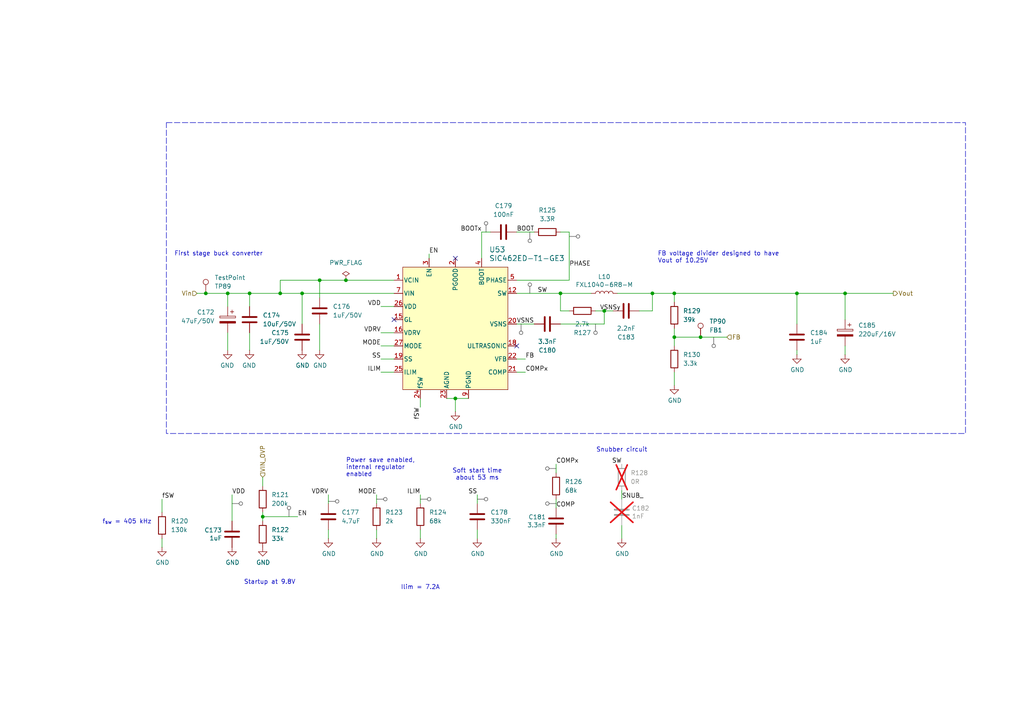
<source format=kicad_sch>
(kicad_sch (version 20250114) (generator "eeschema") (generator_version "9.0")
  (paper "A4")
  (title_block (title "HALPI2") (date "2025-03-27") (rev "v0.2.0") (company "Hat Labs Oy") (comment 1 "https://ohwr.org/cern_ohl_s_v2.pdf") (comment 2 "To view a copy of this license, visit ") (comment 3 "HALPI2 is licensed under CERN-OHL-S v2."))
  (lib_symbols
    (symbol "Connector:TestPoint" (pin_numbers (hide yes)) (pin_names (offset 0.762) (hide yes))
      (property "Reference" "TP" (at 0 6.858 0))
      (property "Value" "TestPoint" (at 0 5.08 0))
      (symbol "TestPoint_0_1"
        (circle (center 0 3.302) (radius 0.762))
      )
      (symbol "TestPoint_1_1"
        (pin passive line (at 0 0 90) (length 2.54) (name "1") (number "1"))
      )
    )
    (symbol "Device:C" (pin_numbers (hide yes)) (pin_names (offset 0.254))
      (property "Reference" "C" (at 0.635 2.54 0))
      (property "Value" "C" (at 0.635 -2.54 0))
      (symbol "C_0_1"
        (polyline (pts (xy -2.032 0.762) (xy 2.032 0.762)) (stroke (width 0.508)))
        (polyline (pts (xy -2.032 -0.762) (xy 2.032 -0.762)) (stroke (width 0.508)))
      )
      (symbol "C_1_1"
        (pin passive line (at 0 3.81 270) (length 2.794) (name "~") (number "1"))
        (pin passive line (at 0 -3.81 90) (length 2.794) (name "~") (number "2"))
      )
    )
    (symbol "Device:C_Polarized" (pin_numbers (hide yes)) (pin_names (offset 0.254))
      (property "Reference" "C" (at 0.635 2.54 0))
      (property "Value" "C_Polarized" (at 0.635 -2.54 0))
      (symbol "C_Polarized_0_1"
        (rectangle (start -2.286 0.508) (end 2.286 1.016))
        (polyline (pts (xy -1.778 2.286) (xy -0.762 2.286)))
        (polyline (pts (xy -1.27 2.794) (xy -1.27 1.778)))
        (rectangle (start 2.286 -0.508) (end -2.286 -1.016) (fill (type outline)))
      )
      (symbol "C_Polarized_1_1"
        (pin passive line (at 0 3.81 270) (length 2.794) (name "~") (number "1"))
        (pin passive line (at 0 -3.81 90) (length 2.794) (name "~") (number "2"))
      )
    )
    (symbol "Device:L" (pin_numbers (hide yes)) (pin_names (offset 1.016) (hide yes))
      (property "Reference" "L" (at -1.27 0 90))
      (property "Value" "L" (at 1.905 0 90))
      (symbol "L_0_1"
        (arc (start 0 2.54) (mid 0.6323 1.905) (end 0 1.27))
        (arc (start 0 1.27) (mid 0.6323 0.635) (end 0 0))
        (arc (start 0 0) (mid 0.6323 -0.635) (end 0 -1.27))
        (arc (start 0 -1.27) (mid 0.6323 -1.905) (end 0 -2.54))
      )
      (symbol "L_1_1"
        (pin passive line (at 0 3.81 270) (length 1.27) (name "1") (number "1"))
        (pin passive line (at 0 -3.81 90) (length 1.27) (name "2") (number "2"))
      )
    )
    (symbol "Device:R" (pin_numbers (hide yes)) (pin_names (offset 0))
      (property "Reference" "R" (at 2.032 0 90))
      (property "Value" "R" (at 0 0 90))
      (symbol "R_0_1"
        (rectangle (start -1.016 -2.54) (end 1.016 2.54) (stroke (width 0.254)))
      )
      (symbol "R_1_1"
        (pin passive line (at 0 3.81 270) (length 1.27) (name "~") (number "1"))
        (pin passive line (at 0 -3.81 90) (length 1.27) (name "~") (number "2"))
      )
    )
    (symbol "Hatlabs:SIC461ED-T1-GE3" (pin_names (offset 0.254))
      (property "Reference" "U" (at -11.43 24.13 0))
      (property "Value" "SIC461ED-T1-GE3" (at -11.43 21.082 0))
      (symbol "SIC461ED-T1-GE3_1_0"
        (pin power_in line (at -2.54 -19.05 90) (length 2.54) (name "AGND") (number "23"))
        (pin passive line (at -2.54 -19.05 90) (length 2.54) (hide yes) (name "AGND") (number "28"))
        (pin output line (at 0 21.59 270) (length 2.54) (name "PGOOD") (number "2"))
        (pin passive line (at 3.81 -19.05 90) (length 2.54) (hide yes) (name "PGND") (number "10"))
        (pin passive line (at 3.81 -19.05 90) (length 2.54) (hide yes) (name "PGND") (number "11"))
        (pin passive line (at 3.81 -19.05 90) (length 2.54) (hide yes) (name "PGND") (number "17"))
        (pin passive line (at 3.81 -19.05 90) (length 2.54) (hide yes) (name "PGND") (number "30"))
        (pin power_in line (at 3.81 -19.05 90) (length 2.54) (name "PGND") (number "9"))
      )
      (symbol "SIC461ED-T1-GE3_1_1"
        (rectangle (start -15.24 19.05) (end 15.24 -16.51) (fill (type background)))
        (pin power_in line (at -17.78 15.24 0) (length 2.54) (name "VCIN") (number "1"))
        (pin passive line (at -17.78 11.43 0) (length 2.54) (hide yes) (name "VIN") (number "29"))
        (pin passive line (at -17.78 11.43 0) (length 2.54) (name "VIN") (number "7"))
        (pin passive line (at -17.78 11.43 0) (length 2.54) (hide yes) (name "VIN") (number "8"))
        (pin power_out line (at -17.78 7.62 0) (length 2.54) (name "VDD") (number "26"))
        (pin input line (at -17.78 3.81 0) (length 2.54) (name "GL") (number "15"))
        (pin input line (at -17.78 0 0) (length 2.54) (name "VDRV") (number "16"))
        (pin passive line (at -17.78 -3.81 0) (length 2.54) (name "MODE") (number "27"))
        (pin passive line (at -17.78 -7.62 0) (length 2.54) (name "SS") (number "19"))
        (pin passive line (at -17.78 -11.43 0) (length 2.54) (name "ILIM") (number "25"))
        (pin input line (at -10.16 -19.05 90) (length 2.54) (name "fSW") (number "24"))
        (pin input line (at -7.62 21.59 270) (length 2.54) (name "EN") (number "3"))
        (pin input line (at 7.62 21.59 270) (length 2.54) (name "BOOT") (number "4"))
        (pin input line (at 17.78 15.24 180) (length 2.54) (name "PHASE") (number "5"))
        (pin passive line (at 17.78 15.24 180) (length 2.54) (hide yes) (name "PHASE") (number "6"))
        (pin power_out line (at 17.78 11.43 180) (length 2.54) (name "SW") (number "12"))
        (pin passive line (at 17.78 11.43 180) (length 2.54) (hide yes) (name "SW") (number "13"))
        (pin passive line (at 17.78 11.43 180) (length 2.54) (hide yes) (name "SW") (number "14"))
        (pin passive line (at 17.78 2.54 180) (length 2.54) (name "VSNS") (number "20"))
        (pin passive line (at 17.78 -3.81 180) (length 2.54) (name "ULTRASONIC") (number "18"))
        (pin input line (at 17.78 -7.62 180) (length 2.54) (name "VFB") (number "22"))
        (pin output line (at 17.78 -11.43 180) (length 2.54) (name "COMP") (number "21"))
      )
    )
    (symbol "power:GND" (power) (pin_numbers (hide yes)) (pin_names (offset 0) (hide yes))
      (property "Value" "GND" (at 0 -3.81 0))
      (symbol "GND_0_1"
        (polyline (pts (xy 0 0) (xy 0 -1.27) (xy 1.27 -1.27) (xy 0 -2.54) (xy -1.27 -1.27) (xy 0 -1.27)))
      )
      (symbol "GND_1_1"
        (pin power_in line (at 0 0 270) (length 0) (name "~") (number "1"))
      )
    )
    (symbol "power:PWR_FLAG" (power) (pin_numbers (hide yes)) (pin_names (offset 0) (hide yes))
      (property "Value" "PWR_FLAG" (at 0 3.81 0))
      (symbol "PWR_FLAG_0_0"
        (pin power_out line (at 0 0 90) (length 0) (name "~") (number "1"))
      )
      (symbol "PWR_FLAG_0_1"
        (polyline (pts (xy 0 0) (xy 0 1.27) (xy -1.016 1.905) (xy 0 2.54) (xy 1.016 1.905) (xy 0 1.27)))
      )
    )
  )
  (rectangle (start 48.26 35.56) (end 280.035 125.73) (stroke (width 0) (type dash)))
  (text "Ilim = 7.2A" (at 121.92 170.434 0) (effects (font (size 1.27 1.27))))
  (text "f_{sw} = 405 kHz" (at 36.83 151.384 0) (effects (font (size 1.27 1.27))))
  (text "Power save enabled,\ninternal regulator\nenabled" (at 100.33 135.636 0) (effects (font (size 1.27 1.27)) (justify left)))
  (text "FB voltage divider designed to have\nVout of 10.25V" (at 190.754 76.454 0) (effects (font (size 1.27 1.27)) (justify left bottom)))
  (text "Soft start time\nabout 53 ms" (at 138.43 137.668 0) (effects (font (size 1.27 1.27))))
  (text "Snubber circuit" (at 180.34 130.556 0) (effects (font (size 1.27 1.27))))
  (text "First stage buck converter" (at 50.546 73.66 0) (effects (font (size 1.27 1.27)) (justify left)))
  (text "Startup at 9.8V" (at 78.232 168.91 0) (effects (font (size 1.27 1.27))))
  (junction (at 92.71 81.28))
  (junction (at 162.56 85.09))
  (junction (at 175.26 90.17))
  (junction (at 203.2 97.79))
  (junction (at 189.23 85.09))
  (junction (at 81.28 85.09))
  (junction (at 195.58 97.79))
  (junction (at 100.33 81.28))
  (junction (at 87.63 85.09))
  (junction (at 231.14 85.09))
  (junction (at 76.2 149.86))
  (junction (at 59.69 85.09))
  (junction (at 245.11 85.09))
  (junction (at 195.58 85.09))
  (junction (at 132.08 115.57))
  (junction (at 72.39 85.09))
  (junction (at 66.04 85.09))
  (no_connect (at 149.86 100.33))
  (no_connect (at 114.3 92.71))
  (no_connect (at 132.08 74.93))
  (wire (pts (xy 189.23 85.09) (xy 189.23 90.17)))
  (wire (pts (xy 67.31 143.51) (xy 67.31 151.13)))
  (wire (pts (xy 161.29 156.21) (xy 161.29 154.94)))
  (wire (pts (xy 110.49 96.52) (xy 114.3 96.52)))
  (wire (pts (xy 100.33 81.28) (xy 114.3 81.28)))
  (wire (pts (xy 76.2 148.59) (xy 76.2 149.86)))
  (wire (pts (xy 162.56 85.09) (xy 171.45 85.09)))
  (wire (pts (xy 124.46 74.93) (xy 124.46 73.66)))
  (wire (pts (xy 109.22 156.21) (xy 109.22 153.67)))
  (wire (pts (xy 57.15 85.09) (xy 59.69 85.09)))
  (wire (pts (xy 110.49 104.14) (xy 114.3 104.14)))
  (wire (pts (xy 195.58 87.63) (xy 195.58 85.09)))
  (wire (pts (xy 175.26 90.17) (xy 175.26 93.98)))
  (wire (pts (xy 81.28 81.28) (xy 92.71 81.28)))
  (wire (pts (xy 161.29 144.78) (xy 161.29 147.32)))
  (wire (pts (xy 46.99 144.78) (xy 46.99 148.59)))
  (wire (pts (xy 76.2 149.86) (xy 86.36 149.86)))
  (wire (pts (xy 129.54 115.57) (xy 132.08 115.57)))
  (wire (pts (xy 231.14 85.09) (xy 245.11 85.09)))
  (wire (pts (xy 195.58 95.25) (xy 195.58 97.79)))
  (wire (pts (xy 172.72 90.17) (xy 175.26 90.17)))
  (wire (pts (xy 162.56 85.09) (xy 162.56 90.17)))
  (wire (pts (xy 152.4 107.95) (xy 149.86 107.95)))
  (wire (pts (xy 165.1 67.31) (xy 165.1 81.28)))
  (wire (pts (xy 46.99 158.75) (xy 46.99 156.21)))
  (wire (pts (xy 110.49 107.95) (xy 114.3 107.95)))
  (wire (pts (xy 245.11 85.09) (xy 259.08 85.09)))
  (wire (pts (xy 92.71 93.98) (xy 92.71 101.6)))
  (wire (pts (xy 95.25 143.51) (xy 95.25 146.05)))
  (wire (pts (xy 72.39 88.9) (xy 72.39 85.09)))
  (wire (pts (xy 138.43 156.21) (xy 138.43 153.67)))
  (wire (pts (xy 231.14 101.6) (xy 231.14 102.87)))
  (wire (pts (xy 149.86 93.98) (xy 154.94 93.98)))
  (wire (pts (xy 165.1 67.31) (xy 162.56 67.31)))
  (wire (pts (xy 162.56 90.17) (xy 165.1 90.17)))
  (wire (pts (xy 139.7 67.31) (xy 142.24 67.31)))
  (wire (pts (xy 72.39 85.09) (xy 81.28 85.09)))
  (wire (pts (xy 189.23 85.09) (xy 195.58 85.09)))
  (wire (pts (xy 180.34 142.24) (xy 180.34 144.78)))
  (wire (pts (xy 109.22 143.51) (xy 109.22 146.05)))
  (wire (pts (xy 59.69 85.09) (xy 66.04 85.09)))
  (wire (pts (xy 76.2 140.97) (xy 76.2 138.43)))
  (wire (pts (xy 132.08 115.57) (xy 132.08 119.38)))
  (wire (pts (xy 110.49 100.33) (xy 114.3 100.33)))
  (wire (pts (xy 161.29 134.62) (xy 161.29 137.16)))
  (wire (pts (xy 66.04 96.52) (xy 66.04 101.6)))
  (wire (pts (xy 132.08 115.57) (xy 135.89 115.57)))
  (wire (pts (xy 195.58 111.76) (xy 195.58 107.95)))
  (wire (pts (xy 76.2 149.86) (xy 76.2 151.13)))
  (wire (pts (xy 245.11 100.33) (xy 245.11 102.87)))
  (wire (pts (xy 81.28 85.09) (xy 81.28 81.28)))
  (wire (pts (xy 195.58 97.79) (xy 203.2 97.79)))
  (wire (pts (xy 162.56 93.98) (xy 175.26 93.98)))
  (wire (pts (xy 149.86 67.31) (xy 154.94 67.31)))
  (wire (pts (xy 121.92 115.57) (xy 121.92 118.11)))
  (wire (pts (xy 185.42 90.17) (xy 189.23 90.17)))
  (wire (pts (xy 195.58 97.79) (xy 195.58 100.33)))
  (wire (pts (xy 149.86 81.28) (xy 165.1 81.28)))
  (wire (pts (xy 152.4 104.14) (xy 149.86 104.14)))
  (wire (pts (xy 72.39 96.52) (xy 72.39 101.6)))
  (wire (pts (xy 203.2 97.79) (xy 210.82 97.79)))
  (wire (pts (xy 66.04 85.09) (xy 72.39 85.09)))
  (wire (pts (xy 138.43 143.51) (xy 138.43 146.05)))
  (wire (pts (xy 66.04 88.9) (xy 66.04 85.09)))
  (wire (pts (xy 87.63 93.98) (xy 87.63 85.09)))
  (wire (pts (xy 180.34 152.4) (xy 180.34 156.21)))
  (wire (pts (xy 87.63 85.09) (xy 114.3 85.09)))
  (wire (pts (xy 245.11 92.71) (xy 245.11 85.09)))
  (wire (pts (xy 195.58 85.09) (xy 231.14 85.09)))
  (wire (pts (xy 110.49 88.9) (xy 114.3 88.9)))
  (wire (pts (xy 92.71 81.28) (xy 100.33 81.28)))
  (wire (pts (xy 149.86 85.09) (xy 162.56 85.09)))
  (wire (pts (xy 95.25 153.67) (xy 95.25 156.21)))
  (wire (pts (xy 139.7 74.93) (xy 139.7 67.31)))
  (wire (pts (xy 121.92 143.51) (xy 121.92 146.05)))
  (wire (pts (xy 175.26 90.17) (xy 177.8 90.17)))
  (wire (pts (xy 81.28 85.09) (xy 87.63 85.09)))
  (wire (pts (xy 121.92 156.21) (xy 121.92 153.67)))
  (wire (pts (xy 231.14 85.09) (xy 231.14 93.98)))
  (wire (pts (xy 92.71 86.36) (xy 92.71 81.28)))
  (wire (pts (xy 179.07 85.09) (xy 189.23 85.09)))
  (label "ILIM" (at 121.92 143.51 180))
  (label "ILIM" (at 110.49 107.95 180))
  (label "VSNSy" (at 173.99 90.17 0))
  (label "VDD" (at 67.31 143.51 0))
  (label "COMPx" (at 161.29 134.62 0))
  (label "SNUB_" (at 180.34 144.78 0))
  (label "MODE" (at 110.49 100.33 180))
  (label "SW" (at 158.75 85.09 180))
  (label "PHASE" (at 165.1 77.47 0))
  (label "SS" (at 110.49 104.14 180))
  (label "EN" (at 86.36 149.86 0))
  (label "COMP" (at 161.29 147.32 0))
  (label "fSW" (at 46.99 144.78 0))
  (label "VSNS" (at 149.86 93.98 0))
  (label "SS" (at 138.43 143.51 180))
  (label "VDD" (at 110.49 88.9 180))
  (label "FB" (at 152.4 104.14 0))
  (label "EN" (at 124.46 73.66 0))
  (label "VDRV" (at 95.25 143.51 180))
  (label "VDRV" (at 110.49 96.52 180))
  (label "COMPx" (at 152.4 107.95 0))
  (label "fSW" (at 121.92 118.11 270))
  (label "BOOT" (at 149.86 67.31 0))
  (label "BOOTx" (at 139.7 67.31 180))
  (label "MODE" (at 109.22 143.51 180))
  (label "SW" (at 180.34 134.62 180))
  (hierarchical_label "FB" (shape input) (at 210.82 97.79 0))
  (hierarchical_label "VIN_OVP" (shape input) (at 76.2 138.43 90))
  (hierarchical_label "Vout" (shape output) (at 259.08 85.09 0))
  (hierarchical_label "Vin" (shape input) (at 57.15 85.09 180))
  (netclass_flag "" (length 2.54) (shape round) (at 83.82 149.86 0) (property "Netclass" "Analog" (effects (hide yes))))
  (netclass_flag "" (length 2.54) (shape round) (at 161.29 135.89 90) (property "Netclass" "Analog" (effects (hide yes))))
  (netclass_flag "" (length 2.54) (shape round) (at 153.67 67.31 180) (property "Netclass" "Analog" (effects (hide yes))))
  (netclass_flag "" (length 2.54) (shape round) (at 140.97 67.31 0) (property "Netclass" "Analog" (effects (hide yes))))
  (netclass_flag "" (length 2.54) (shape round) (at 161.29 146.05 90) (property "Netclass" "Analog" (effects (hide yes))))
  (netclass_flag "" (length 2.54) (shape round) (at 151.13 93.98 180) (property "Netclass" "Analog" (effects (hide yes))))
  (netclass_flag "" (length 2.54) (shape round) (at 207.01 97.79 180) (property "Netclass" "Analog" (effects (hide yes))))
  (netclass_flag "" (length 2.54) (shape round) (at 67.31 146.05 270) (property "Netclass" "Analog" (effects (hide yes))))
  (netclass_flag "" (length 2.54) (shape round) (at 109.22 144.78 270) (property "Netclass" "Analog" (effects (hide yes))))
  (netclass_flag "" (length 2.54) (shape round) (at 138.43 144.78 270) (property "Netclass" "Analog" (effects (hide yes))))
  (netclass_flag "" (length 2.54) (shape round) (at 121.92 144.78 270) (property "Netclass" "Analog" (effects (hide yes))))
  (netclass_flag "" (length 2.54) (shape round) (at 153.67 85.09 0) (property "Netclass" "Power" (effects (hide yes))))
  (netclass_flag "" (length 2.54) (shape round) (at 165.1 68.58 270) (property "Netclass" "Analog" (effects (hide yes))))
  (netclass_flag "" (length 2.54) (shape round) (at 172.72 93.98 180) (property "Netclass" "Analog" (effects (hide yes))))
  (netclass_flag "" (length 2.54) (shape round) (at 95.25 145.415 270) (property "Netclass" "Analog" (effects (hide yes))))
  (symbol (lib_id "Device:R") (at 76.2 154.94 180) (unit 1)
    (property "Reference" "R122" (at 78.74 153.6699 0) (effects (justify right)))
    (property "Value" "33k" (at 78.74 156.2099 0) (effects (justify right)))
    (property "Footprint" "Resistor_SMD:R_0402_1005Metric" (effects (hide yes)))
    (property "Description" "Resistor" (effects (hide yes)))
    (property "LCSC" "C25779" (effects (hide yes)))
  )
  (symbol (lib_id "Device:R") (at 46.99 152.4 180) (unit 1)
    (property "Reference" "R120" (at 49.53 151.1299 0) (effects (justify right)))
    (property "Value" "130k" (at 49.53 153.6699 0) (effects (justify right)))
    (property "Footprint" "Resistor_SMD:R_0603_1608Metric" (effects (hide yes)))
    (property "Description" "Resistor" (effects (hide yes)))
    (property "LCSC" "C22795" (effects (hide yes)))
  )
  (symbol (lib_id "Device:C") (at 146.05 67.31 270) (unit 1)
    (property "Reference" "C179" (at 146.05 59.69 90))
    (property "Value" "100nF" (at 146.05 62.23 90))
    (property "Footprint" "Capacitor_SMD:C_0402_1005Metric" (effects (hide yes)))
    (property "Description" "Unpolarized capacitor" (effects (hide yes)))
    (property "LCSC" "C1525" (effects (hide yes)))
  )
  (symbol (lib_id "power:GND") (at 161.29 156.21 0) (unit 1)
    (property "Reference" "#PWR0356" (effects (hide yes)))
    (property "Value" "GND" (at 161.417 160.6042 0))
    (property "Description" "Power symbol creates a global label with name \"GND\" , ground" (effects (hide yes)))
  )
  (symbol (lib_id "power:GND") (at 92.71 101.6 0) (unit 1)
    (property "Reference" "#PWR0350" (effects (hide yes)))
    (property "Value" "GND" (at 92.837 105.9942 0))
    (property "Description" "Power symbol creates a global label with name \"GND\" , ground" (effects (hide yes)))
  )
  (symbol (lib_id "power:PWR_FLAG") (at 100.33 81.28 0) (unit 1)
    (property "Reference" "#FLG025" (effects (hide yes)))
    (property "Value" "PWR_FLAG" (at 100.33 76.2 0))
    (property "Description" "Special symbol for telling ERC where power comes from" (effects (hide yes)))
  )
  (symbol (lib_id "power:GND") (at 245.11 102.87 0) (unit 1)
    (property "Reference" "#PWR0360" (effects (hide yes)))
    (property "Value" "GND" (at 245.237 107.2642 0))
    (property "Description" "Power symbol creates a global label with name \"GND\" , ground" (effects (hide yes)))
  )
  (symbol (lib_id "Device:C") (at 138.43 149.86 0) (mirror y) (unit 1)
    (property "Reference" "C178" (at 142.24 148.5899 0) (effects (justify right)))
    (property "Value" "330nF" (at 142.24 151.1299 0) (effects (justify right)))
    (property "Footprint" "Capacitor_SMD:C_0603_1608Metric" (effects (hide yes)))
    (property "Description" "Unpolarized capacitor" (effects (hide yes)))
    (property "LCSC" "C1615" (effects (hide yes)))
  )
  (symbol (lib_id "Device:C") (at 72.39 92.71 0) (unit 1)
    (property "Reference" "C174" (at 76.2 91.4399 0) (effects (justify left)))
    (property "Value" "10uF/50V" (at 76.2 93.9799 0) (effects (justify left)))
    (property "Footprint" "Capacitor_SMD:C_1206_3216Metric" (effects (hide yes)))
    (property "Description" "Unpolarized capacitor" (effects (hide yes)))
    (property "LCSC" "C13585" (effects (hide yes)))
  )
  (symbol (lib_id "Device:C_Polarized") (at 245.11 96.52 0) (mirror y) (unit 1)
    (property "Reference" "C185" (at 248.92 94.3609 0) (effects (justify right)))
    (property "Value" "220uF/16V" (at 248.92 96.9009 0) (effects (justify right)))
    (property "Footprint" "Capacitor_SMD:CP_Elec_6.3x7.7" (effects (hide yes)))
    (property "Description" "Polarized capacitor" (effects (hide yes)))
    (property "Notes" "Min 16V" (effects (hide yes)))
    (property "LCSC" "C5246526" (effects (hide yes)))
  )
  (symbol (lib_id "Device:R") (at 76.2 144.78 180) (unit 1)
    (property "Reference" "R121" (at 78.74 143.5099 0) (effects (justify right)))
    (property "Value" "200k" (at 78.74 146.0499 0) (effects (justify right)))
    (property "Footprint" "Resistor_SMD:R_0402_1005Metric" (effects (hide yes)))
    (property "Description" "Resistor" (effects (hide yes)))
    (property "LCSC" "C25764" (effects (hide yes)))
  )
  (symbol (lib_id "power:GND") (at 76.2 158.75 0) (unit 1)
    (property "Reference" "#PWR0348" (effects (hide yes)))
    (property "Value" "GND" (at 76.327 163.1442 0))
    (property "Description" "Power symbol creates a global label with name \"GND\" , ground" (effects (hide yes)))
  )
  (symbol (lib_id "power:GND") (at 66.04 101.6 0) (mirror y) (unit 1)
    (property "Reference" "#PWR0345" (effects (hide yes)))
    (property "Value" "GND" (at 65.913 105.9942 0))
    (property "Description" "Power symbol creates a global label with name \"GND\" , ground" (effects (hide yes)))
  )
  (symbol (lib_id "Device:C") (at 231.14 97.79 0) (unit 1)
    (property "Reference" "C184" (at 234.95 96.5199 0) (effects (justify left)))
    (property "Value" "1uF" (at 234.95 99.0599 0) (effects (justify left)))
    (property "Footprint" "Capacitor_SMD:C_0603_1608Metric" (effects (hide yes)))
    (property "Description" "Unpolarized capacitor" (effects (hide yes)))
    (property "LCSC" "C15849" (effects (hide yes)))
  )
  (symbol (lib_id "Device:C_Polarized") (at 66.04 92.71 0) (mirror y) (unit 1)
    (property "Reference" "C172" (at 62.23 90.5509 0) (effects (justify left)))
    (property "Value" "47uF/50V" (at 62.23 93.0909 0) (effects (justify left)))
    (property "Footprint" "Capacitor_SMD:CP_Elec_6.3x7.7" (effects (hide yes)))
    (property "Description" "Polarized capacitor" (effects (hide yes)))
    (property "LCSC" "C44606723" (effects (hide yes)))
  )
  (symbol (lib_id "Device:C") (at 92.71 90.17 0) (unit 1)
    (property "Reference" "C176" (at 96.52 88.8999 0) (effects (justify left)))
    (property "Value" "1uF/50V" (at 96.52 91.4399 0) (effects (justify left)))
    (property "Footprint" "Capacitor_SMD:C_0603_1608Metric" (effects (hide yes)))
    (property "Description" "Unpolarized capacitor" (effects (hide yes)))
    (property "LCSC" "C15849" (effects (hide yes)))
  )
  (symbol (lib_id "Device:R") (at 158.75 67.31 90) (unit 1)
    (property "Reference" "R125" (at 158.75 60.96 90))
    (property "Value" "3.3R" (at 158.75 63.5 90))
    (property "Footprint" "Resistor_SMD:R_0402_1005Metric" (effects (hide yes)))
    (property "Description" "Resistor" (effects (hide yes)))
    (property "LCSC" "C270612" (effects (hide yes)))
  )
  (symbol (lib_id "Device:C") (at 158.75 93.98 90) (unit 1)
    (property "Reference" "C180" (at 158.75 101.6 90))
    (property "Value" "3.3nF" (at 158.75 99.06 90))
    (property "Footprint" "Capacitor_SMD:C_0603_1608Metric" (effects (hide yes)))
    (property "Description" "Unpolarized capacitor" (effects (hide yes)))
    (property "LCSC" "C1613" (effects (hide yes)))
  )
  (symbol (lib_id "power:GND") (at 72.39 101.6 0) (mirror y) (unit 1)
    (property "Reference" "#PWR0347" (effects (hide yes)))
    (property "Value" "GND" (at 72.263 105.9942 0))
    (property "Description" "Power symbol creates a global label with name \"GND\" , ground" (effects (hide yes)))
  )
  (symbol (lib_id "power:GND") (at 138.43 156.21 0) (unit 1)
    (property "Reference" "#PWR0355" (effects (hide yes)))
    (property "Value" "GND" (at 138.557 160.6042 0))
    (property "Description" "Power symbol creates a global label with name \"GND\" , ground" (effects (hide yes)))
  )
  (symbol (lib_id "Connector:TestPoint") (at 59.69 85.09 0) (mirror y) (unit 1)
    (property "Reference" "TP89" (at 62.23 83.0581 0) (effects (justify right)))
    (property "Value" "TestPoint" (at 62.23 80.5181 0) (effects (justify right)))
    (property "Footprint" "TestPoint:TestPoint_Pad_D1.0mm" (effects (hide yes)))
    (property "Description" "test point" (effects (hide yes)))
  )
  (symbol (lib_id "Device:C") (at 181.61 90.17 90) (unit 1)
    (property "Reference" "C183" (at 181.61 97.79 90))
    (property "Value" "2.2nF" (at 181.61 95.25 90))
    (property "Footprint" "Capacitor_SMD:C_0603_1608Metric" (effects (hide yes)))
    (property "Description" "Unpolarized capacitor" (effects (hide yes)))
  )
  (symbol (lib_id "power:GND") (at 109.22 156.21 0) (unit 1)
    (property "Reference" "#PWR0352" (effects (hide yes)))
    (property "Value" "GND" (at 109.347 160.6042 0))
    (property "Description" "Power symbol creates a global label with name \"GND\" , ground" (effects (hide yes)))
  )
  (symbol (lib_id "Hatlabs:SIC461ED-T1-GE3") (at 132.08 96.52 0) (unit 1)
    (property "Reference" "U53" (at 141.8433 72.39 0) (effects (font (size 1.524 1.524)) (justify left)))
    (property "Value" "SIC462ED-T1-GE3" (at 141.8433 74.93 0) (effects (font (size 1.524 1.524)) (justify left)))
    (property "Footprint" "Hatlabs:QFN_61ED-T1-GE3_VIS" (effects (hide yes)))
    (property "Datasheet" "https://www.vishay.com/docs/65124/sic46x.pdf" (effects (hide yes)))
    (property "LCSC" "C335617" (effects (hide yes)))
    (property "Component Class" "fine_pitch" (effects (hide yes)))
  )
  (symbol (lib_id "power:GND") (at 95.25 156.21 0) (unit 1)
    (property "Reference" "#PWR0351" (effects (hide yes)))
    (property "Value" "GND" (at 95.377 160.6042 0))
    (property "Description" "Power symbol creates a global label with name \"GND\" , ground" (effects (hide yes)))
  )
  (symbol (lib_id "Device:R") (at 121.92 149.86 180) (unit 1)
    (property "Reference" "R124" (at 124.46 148.5899 0) (effects (justify right)))
    (property "Value" "68k" (at 124.46 151.1299 0) (effects (justify right)))
    (property "Footprint" "Resistor_SMD:R_0603_1608Metric" (effects (hide yes)))
    (property "Description" "Resistor" (effects (hide yes)))
    (property "LCSC" "C23231" (effects (hide yes)))
  )
  (symbol (lib_id "Device:C") (at 67.31 154.94 0) (mirror y) (unit 1)
    (property "Reference" "C173" (at 64.389 153.7716 0) (effects (justify left)))
    (property "Value" "1uF" (at 64.389 156.083 0) (effects (justify left)))
    (property "Footprint" "Capacitor_SMD:C_0402_1005Metric" (effects (hide yes)))
    (property "Description" "Unpolarized capacitor" (effects (hide yes)))
    (property "LCSC" "C52923" (effects (hide yes)))
  )
  (symbol (lib_id "Device:R") (at 195.58 91.44 0) (unit 1)
    (property "Reference" "R129" (at 198.12 90.1699 0) (effects (justify left)))
    (property "Value" "39k" (at 198.12 92.7099 0) (effects (justify left)))
    (property "Footprint" "Resistor_SMD:R_0603_1608Metric" (effects (hide yes)))
    (property "Description" "Resistor" (effects (hide yes)))
    (property "LCSC" "C23153" (effects (hide yes)))
  )
  (symbol (lib_id "power:GND") (at 87.63 101.6 0) (unit 1)
    (property "Reference" "#PWR0349" (effects (hide yes)))
    (property "Value" "GND" (at 87.757 105.9942 0))
    (property "Description" "Power symbol creates a global label with name \"GND\" , ground" (effects (hide yes)))
  )
  (symbol (lib_id "power:GND") (at 46.99 158.75 0) (unit 1)
    (property "Reference" "#PWR0344" (effects (hide yes)))
    (property "Value" "GND" (at 47.117 163.1442 0))
    (property "Description" "Power symbol creates a global label with name \"GND\" , ground" (effects (hide yes)))
  )
  (symbol (lib_id "Device:R") (at 168.91 90.17 90) (mirror x) (unit 1)
    (property "Reference" "R127" (at 168.91 96.52 90))
    (property "Value" "2.7k" (at 168.91 93.98 90))
    (property "Footprint" "Resistor_SMD:R_0603_1608Metric" (effects (hide yes)))
    (property "Description" "Resistor" (effects (hide yes)))
  )
  (symbol (lib_id "Device:L") (at 175.26 85.09 90) (unit 1)
    (property "Reference" "L10" (at 175.26 80.264 90))
    (property "Value" "FXL1040-6R8-M" (at 175.26 82.5754 90))
    (property "Footprint" "Inductor_SMD:L_Changjiang_FXL1040" (effects (hide yes)))
    (property "Description" "Inductor" (effects (hide yes)))
    (property "LCSC" "C167231" (effects (hide yes)))
  )
  (symbol (lib_id "Connector:TestPoint") (at 203.2 97.79 0) (unit 1)
    (property "Reference" "TP90" (at 205.74 93.2179 0) (effects (justify left)))
    (property "Value" "FB1" (at 205.74 95.7579 0) (effects (justify left)))
    (property "Footprint" "TestPoint:TestPoint_Pad_D1.0mm" (effects (hide yes)))
    (property "Description" "test point" (effects (hide yes)))
  )
  (symbol (lib_id "Device:C") (at 180.34 148.59 0) (unit 1) (dnp yes)
    (property "Reference" "C182" (at 183.261 147.4216 0) (effects (justify left)))
    (property "Value" "1nF" (at 183.261 149.733 0) (effects (justify left)))
    (property "Footprint" "Capacitor_SMD:C_0603_1608Metric" (effects (hide yes)))
    (property "Description" "Unpolarized capacitor" (effects (hide yes)))
    (property "LCSC" "C1588" (effects (hide yes)))
  )
  (symbol (lib_id "Device:R") (at 109.22 149.86 180) (unit 1)
    (property "Reference" "R123" (at 111.76 148.5899 0) (effects (justify right)))
    (property "Value" "2k" (at 111.76 151.1299 0) (effects (justify right)))
    (property "Footprint" "Resistor_SMD:R_0402_1005Metric" (effects (hide yes)))
    (property "Description" "Resistor" (effects (hide yes)))
    (property "LCSC" "C4109" (effects (hide yes)))
  )
  (symbol (lib_id "power:GND") (at 231.14 102.87 0) (unit 1)
    (property "Reference" "#PWR0359" (effects (hide yes)))
    (property "Value" "GND" (at 231.267 107.2642 0))
    (property "Description" "Power symbol creates a global label with name \"GND\" , ground" (effects (hide yes)))
  )
  (symbol (lib_id "Device:R") (at 195.58 104.14 0) (unit 1)
    (property "Reference" "R130" (at 198.12 102.8699 0) (effects (justify left)))
    (property "Value" "3.3k" (at 198.12 105.4099 0) (effects (justify left)))
    (property "Footprint" "Resistor_SMD:R_0603_1608Metric" (effects (hide yes)))
    (property "Description" "Resistor" (effects (hide yes)))
    (property "LCSC" "C22978" (effects (hide yes)))
  )
  (symbol (lib_id "power:GND") (at 121.92 156.21 0) (unit 1)
    (property "Reference" "#PWR0353" (effects (hide yes)))
    (property "Value" "GND" (at 122.047 160.6042 0))
    (property "Description" "Power symbol creates a global label with name \"GND\" , ground" (effects (hide yes)))
  )
  (symbol (lib_id "power:GND") (at 195.58 111.76 0) (unit 1)
    (property "Reference" "#PWR0358" (effects (hide yes)))
    (property "Value" "GND" (at 195.707 116.1542 0))
    (property "Description" "Power symbol creates a global label with name \"GND\" , ground" (effects (hide yes)))
  )
  (symbol (lib_id "power:GND") (at 180.34 156.21 0) (unit 1)
    (property "Reference" "#PWR0357" (effects (hide yes)))
    (property "Value" "GND" (at 180.467 160.6042 0))
    (property "Description" "Power symbol creates a global label with name \"GND\" , ground" (effects (hide yes)))
  )
  (symbol (lib_id "Device:R") (at 161.29 140.97 180) (unit 1)
    (property "Reference" "R126" (at 163.83 139.6999 0) (effects (justify right)))
    (property "Value" "68k" (at 163.83 142.2399 0) (effects (justify right)))
    (property "Footprint" "Resistor_SMD:R_0603_1608Metric" (effects (hide yes)))
    (property "Description" "Resistor" (effects (hide yes)))
  )
  (symbol (lib_id "power:GND") (at 67.31 158.75 0) (unit 1)
    (property "Reference" "#PWR0346" (effects (hide yes)))
    (property "Value" "GND" (at 67.437 163.1442 0))
    (property "Description" "Power symbol creates a global label with name \"GND\" , ground" (effects (hide yes)))
  )
  (symbol (lib_id "Device:R") (at 180.34 138.43 180) (unit 1) (dnp yes)
    (property "Reference" "R128" (at 182.88 137.1599 0) (effects (justify right)))
    (property "Value" "0R" (at 182.88 139.6999 0) (effects (justify right)))
    (property "Footprint" "Resistor_SMD:R_0603_1608Metric" (effects (hide yes)))
    (property "Description" "Resistor" (effects (hide yes)))
    (property "LCSC" "C21189" (effects (hide yes)))
  )
  (symbol (lib_id "Device:C") (at 95.25 149.86 0) (mirror y) (unit 1)
    (property "Reference" "C177" (at 99.06 148.5899 0) (effects (justify right)))
    (property "Value" "4.7uF" (at 99.06 151.1299 0) (effects (justify right)))
    (property "Footprint" "Capacitor_SMD:C_0603_1608Metric" (effects (hide yes)))
    (property "Description" "Unpolarized capacitor" (effects (hide yes)))
    (property "LCSC" "C19666" (effects (hide yes)))
  )
  (symbol (lib_id "Device:C") (at 87.63 97.79 0) (mirror y) (unit 1)
    (property "Reference" "C175" (at 83.82 96.5199 0) (effects (justify left)))
    (property "Value" "1uF/50V" (at 83.82 99.0599 0) (effects (justify left)))
    (property "Footprint" "Capacitor_SMD:C_0603_1608Metric" (effects (hide yes)))
    (property "Description" "Unpolarized capacitor" (effects (hide yes)))
    (property "LCSC" "C15849" (effects (hide yes)))
  )
  (symbol (lib_id "Device:C") (at 161.29 151.13 0) (mirror y) (unit 1)
    (property "Reference" "C181" (at 158.369 149.9616 0) (effects (justify left)))
    (property "Value" "3.3nF" (at 158.369 152.273 0) (effects (justify left)))
    (property "Footprint" "Capacitor_SMD:C_0603_1608Metric" (effects (hide yes)))
    (property "Description" "Unpolarized capacitor" (effects (hide yes)))
  )
  (symbol (lib_id "power:GND") (at 132.08 119.38 0) (unit 1)
    (property "Reference" "#PWR0354" (effects (hide yes)))
    (property "Value" "GND" (at 132.207 123.7742 0))
    (property "Description" "Power symbol creates a global label with name \"GND\" , ground" (effects (hide yes)))
  )
)
</source>
